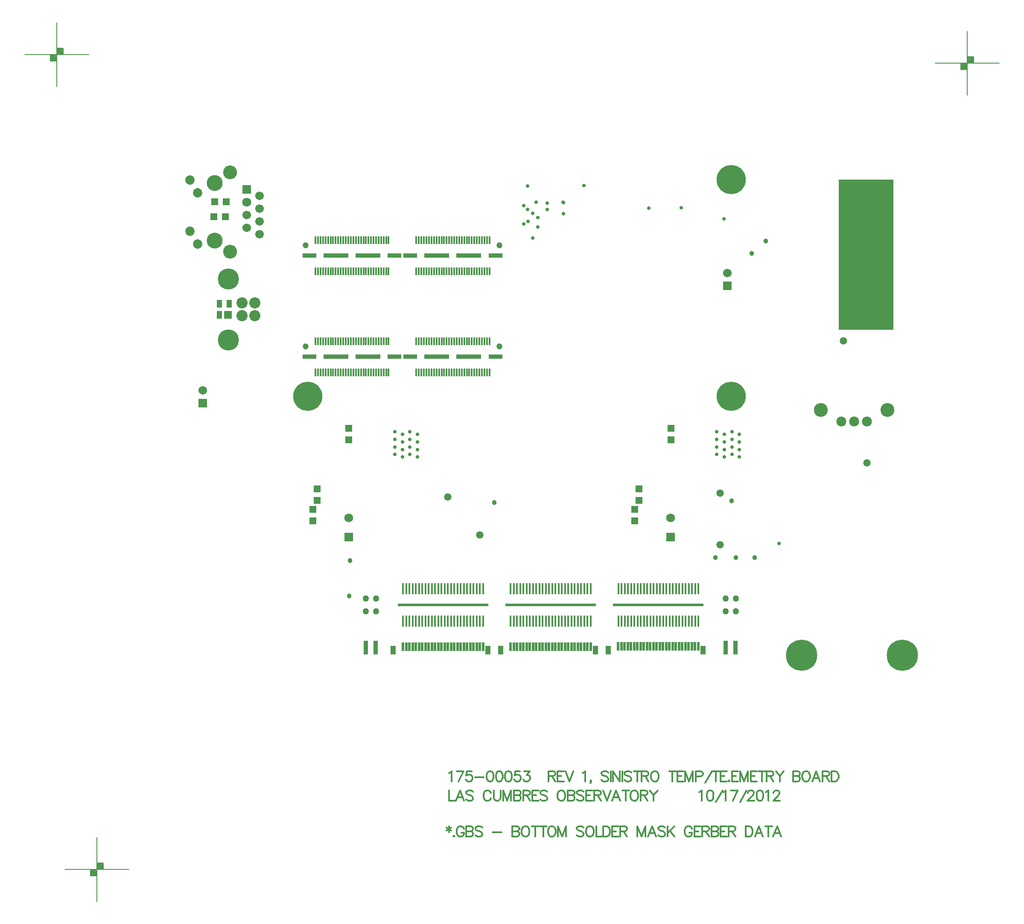
<source format=gbs>
%FSLAX23Y23*%
%MOIN*%
G70*
G01*
G75*
G04 Layer_Color=16711935*
%ADD10R,0.050X0.050*%
%ADD11R,0.045X0.017*%
%ADD12R,0.050X0.050*%
%ADD13R,0.048X0.078*%
%ADD14R,0.078X0.048*%
%ADD15R,0.100X0.100*%
%ADD16R,0.272X0.268*%
%ADD17R,0.075X0.037*%
%ADD18R,0.037X0.035*%
%ADD19R,0.037X0.035*%
%ADD20R,0.036X0.036*%
%ADD21R,0.070X0.135*%
%ADD22R,0.135X0.070*%
%ADD23O,0.098X0.028*%
%ADD24R,0.065X0.012*%
%ADD25R,0.030X0.100*%
%ADD26R,0.014X0.060*%
%ADD27R,0.031X0.060*%
%ADD28R,0.100X0.100*%
%ADD29C,0.005*%
%ADD30C,0.025*%
%ADD31C,0.008*%
%ADD32C,0.010*%
%ADD33C,0.050*%
%ADD34C,0.006*%
%ADD35C,0.012*%
%ADD36C,0.012*%
%ADD37C,0.012*%
%ADD38C,0.100*%
%ADD39C,0.065*%
%ADD40C,0.116*%
%ADD41C,0.063*%
%ADD42C,0.059*%
%ADD43R,0.059X0.059*%
%ADD44C,0.157*%
%ADD45C,0.079*%
%ADD46R,0.059X0.059*%
%ADD47C,0.059*%
%ADD48C,0.020*%
%ADD49C,0.060*%
%ADD50R,0.060X0.060*%
%ADD51C,0.070*%
%ADD52C,0.039*%
%ADD53C,0.220*%
%ADD54C,0.050*%
%ADD55C,0.236*%
%ADD56C,0.030*%
%ADD57C,0.040*%
%ADD58C,0.103*%
%ADD59C,0.080*%
%ADD60C,0.168*%
%ADD61C,0.075*%
%ADD62C,0.131*%
%ADD63C,0.076*%
%ADD64C,0.075*%
G04:AMPARAMS|DCode=65|XSize=95.433mil|YSize=95.433mil|CornerRadius=0mil|HoleSize=0mil|Usage=FLASHONLY|Rotation=0.000|XOffset=0mil|YOffset=0mil|HoleType=Round|Shape=Relief|Width=10mil|Gap=10mil|Entries=4|*
%AMTHD65*
7,0,0,0.095,0.075,0.010,45*
%
%ADD65THD65*%
G04:AMPARAMS|DCode=66|XSize=90mil|YSize=90mil|CornerRadius=0mil|HoleSize=0mil|Usage=FLASHONLY|Rotation=0.000|XOffset=0mil|YOffset=0mil|HoleType=Round|Shape=Relief|Width=10mil|Gap=10mil|Entries=4|*
%AMTHD66*
7,0,0,0.090,0.070,0.010,45*
%
%ADD66THD66*%
%ADD67C,0.080*%
%ADD68C,0.206*%
G04:AMPARAMS|DCode=69|XSize=85mil|YSize=85mil|CornerRadius=0mil|HoleSize=0mil|Usage=FLASHONLY|Rotation=0.000|XOffset=0mil|YOffset=0mil|HoleType=Round|Shape=Relief|Width=10mil|Gap=10mil|Entries=4|*
%AMTHD69*
7,0,0,0.085,0.065,0.010,45*
%
%ADD69THD69*%
%ADD70C,0.158*%
G04:AMPARAMS|DCode=71|XSize=70mil|YSize=70mil|CornerRadius=0mil|HoleSize=0mil|Usage=FLASHONLY|Rotation=0.000|XOffset=0mil|YOffset=0mil|HoleType=Round|Shape=Relief|Width=10mil|Gap=10mil|Entries=4|*
%AMTHD71*
7,0,0,0.070,0.050,0.010,45*
%
%ADD71THD71*%
%ADD72C,0.068*%
%ADD73C,0.055*%
G04:AMPARAMS|DCode=74|XSize=75mil|YSize=75mil|CornerRadius=0mil|HoleSize=0mil|Usage=FLASHONLY|Rotation=0.000|XOffset=0mil|YOffset=0mil|HoleType=Round|Shape=Relief|Width=10mil|Gap=10mil|Entries=4|*
%AMTHD74*
7,0,0,0.075,0.055,0.010,45*
%
%ADD74THD74*%
G04:AMPARAMS|DCode=75|XSize=123mil|YSize=123mil|CornerRadius=0mil|HoleSize=0mil|Usage=FLASHONLY|Rotation=0.000|XOffset=0mil|YOffset=0mil|HoleType=Round|Shape=Relief|Width=10mil|Gap=10mil|Entries=4|*
%AMTHD75*
7,0,0,0.123,0.103,0.010,45*
%
%ADD75THD75*%
G04:AMPARAMS|DCode=76|XSize=100mil|YSize=100mil|CornerRadius=0mil|HoleSize=0mil|Usage=FLASHONLY|Rotation=0.000|XOffset=0mil|YOffset=0mil|HoleType=Round|Shape=Relief|Width=10mil|Gap=10mil|Entries=4|*
%AMTHD76*
7,0,0,0.100,0.080,0.010,45*
%
%ADD76THD76*%
G04:AMPARAMS|DCode=77|XSize=150.551mil|YSize=150.551mil|CornerRadius=0mil|HoleSize=0mil|Usage=FLASHONLY|Rotation=0.000|XOffset=0mil|YOffset=0mil|HoleType=Round|Shape=Relief|Width=10mil|Gap=10mil|Entries=4|*
%AMTHD77*
7,0,0,0.151,0.131,0.010,45*
%
%ADD77THD77*%
G04:AMPARAMS|DCode=78|XSize=96.221mil|YSize=96.221mil|CornerRadius=0mil|HoleSize=0mil|Usage=FLASHONLY|Rotation=0.000|XOffset=0mil|YOffset=0mil|HoleType=Round|Shape=Relief|Width=10mil|Gap=10mil|Entries=4|*
%AMTHD78*
7,0,0,0.096,0.076,0.010,45*
%
%ADD78THD78*%
G04:AMPARAMS|DCode=79|XSize=88mil|YSize=88mil|CornerRadius=0mil|HoleSize=0mil|Usage=FLASHONLY|Rotation=0.000|XOffset=0mil|YOffset=0mil|HoleType=Round|Shape=Relief|Width=10mil|Gap=10mil|Entries=4|*
%AMTHD79*
7,0,0,0.088,0.068,0.010,45*
%
%ADD79THD79*%
%ADD80R,0.100X0.025*%
%ADD81R,0.012X0.057*%
%ADD82R,0.185X0.025*%
%ADD83R,0.035X0.053*%
%ADD84R,0.053X0.053*%
%ADD85R,0.709X0.020*%
%ADD86R,0.016X0.085*%
%ADD87C,0.010*%
%ADD88C,0.010*%
%ADD89C,0.008*%
%ADD90C,0.007*%
%ADD91R,0.170X0.118*%
%ADD92R,0.058X0.058*%
%ADD93R,0.053X0.025*%
%ADD94R,0.058X0.058*%
%ADD95R,0.056X0.086*%
%ADD96R,0.086X0.056*%
%ADD97R,0.108X0.108*%
%ADD98R,0.280X0.276*%
%ADD99R,0.083X0.045*%
%ADD100R,0.045X0.043*%
%ADD101R,0.045X0.043*%
%ADD102R,0.044X0.044*%
%ADD103R,0.078X0.143*%
%ADD104R,0.143X0.078*%
%ADD105O,0.106X0.036*%
%ADD106R,0.073X0.020*%
%ADD107R,0.038X0.108*%
%ADD108R,0.022X0.068*%
%ADD109R,0.039X0.068*%
%ADD110R,0.108X0.108*%
%ADD111C,0.108*%
%ADD112C,0.073*%
%ADD113C,0.124*%
%ADD114C,0.071*%
%ADD115C,0.067*%
%ADD116R,0.067X0.067*%
%ADD117C,0.165*%
%ADD118C,0.087*%
%ADD119R,0.067X0.067*%
%ADD120C,0.067*%
%ADD121C,0.028*%
%ADD122R,0.068X0.068*%
%ADD123C,0.078*%
%ADD124C,0.047*%
%ADD125C,0.228*%
%ADD126C,0.244*%
%ADD127C,0.058*%
%ADD128C,0.038*%
%ADD129R,0.429X1.174*%
%ADD130R,0.108X0.033*%
%ADD131R,0.016X0.061*%
%ADD132R,0.193X0.033*%
%ADD133R,0.043X0.061*%
%ADD134R,0.061X0.061*%
D31*
X58873Y37990D02*
Y38490D01*
X58623Y38240D02*
X59123D01*
X58823Y38190D02*
X58873D01*
X58823D02*
Y38240D01*
X58873Y38290D02*
X58923D01*
Y38240D02*
Y38290D01*
X58878Y38245D02*
Y38285D01*
X58918D01*
Y38245D02*
Y38285D01*
X58878Y38245D02*
X58918D01*
X58883Y38250D02*
Y38280D01*
X58913D01*
Y38250D02*
Y38280D01*
X58888Y38250D02*
X58913D01*
X58888Y38255D02*
Y38275D01*
X58908D01*
Y38255D02*
Y38275D01*
X58893Y38255D02*
X58908D01*
X58893Y38260D02*
Y38270D01*
X58903D01*
Y38260D02*
Y38270D01*
X58893Y38260D02*
X58903D01*
X58898D02*
Y38270D01*
X58828Y38195D02*
Y38235D01*
X58868D01*
Y38195D02*
Y38235D01*
X58828Y38195D02*
X58868D01*
X58833Y38200D02*
Y38230D01*
X58863D01*
Y38200D02*
Y38230D01*
X58838Y38200D02*
X58863D01*
X58838Y38205D02*
Y38225D01*
X58858D01*
Y38205D02*
Y38225D01*
X58843Y38205D02*
X58858D01*
X58843Y38210D02*
Y38220D01*
X58853D01*
Y38210D02*
Y38220D01*
X58843Y38210D02*
X58853D01*
X58848D02*
Y38220D01*
X51765Y38056D02*
Y38556D01*
X51515Y38306D02*
X52015D01*
X51715Y38256D02*
X51765D01*
X51715D02*
Y38306D01*
X51765Y38356D02*
X51815D01*
Y38306D02*
Y38356D01*
X51770Y38311D02*
Y38351D01*
X51810D01*
Y38311D02*
Y38351D01*
X51770Y38311D02*
X51810D01*
X51775Y38316D02*
Y38346D01*
X51805D01*
Y38316D02*
Y38346D01*
X51780Y38316D02*
X51805D01*
X51780Y38321D02*
Y38341D01*
X51800D01*
Y38321D02*
Y38341D01*
X51785Y38321D02*
X51800D01*
X51785Y38326D02*
Y38336D01*
X51795D01*
Y38326D02*
Y38336D01*
X51785Y38326D02*
X51795D01*
X51790D02*
Y38336D01*
X51720Y38261D02*
Y38301D01*
X51760D01*
Y38261D02*
Y38301D01*
X51720Y38261D02*
X51760D01*
X51725Y38266D02*
Y38296D01*
X51755D01*
Y38266D02*
Y38296D01*
X51730Y38266D02*
X51755D01*
X51730Y38271D02*
Y38291D01*
X51750D01*
Y38271D02*
Y38291D01*
X51735Y38271D02*
X51750D01*
X51735Y38276D02*
Y38286D01*
X51745D01*
Y38276D02*
Y38286D01*
X51735Y38276D02*
X51745D01*
X51740D02*
Y38286D01*
X52077Y31688D02*
Y32188D01*
X51827Y31938D02*
X52327D01*
X52027Y31888D02*
X52077D01*
X52027D02*
Y31938D01*
X52077Y31988D02*
X52127D01*
Y31938D02*
Y31988D01*
X52082Y31943D02*
Y31983D01*
X52122D01*
Y31943D02*
Y31983D01*
X52082Y31943D02*
X52122D01*
X52087Y31948D02*
Y31978D01*
X52117D01*
Y31948D02*
Y31978D01*
X52092Y31948D02*
X52117D01*
X52092Y31953D02*
Y31973D01*
X52112D01*
Y31953D02*
Y31973D01*
X52097Y31953D02*
X52112D01*
X52097Y31958D02*
Y31968D01*
X52107D01*
Y31958D02*
Y31968D01*
X52097Y31958D02*
X52107D01*
X52102D02*
Y31968D01*
X52032Y31893D02*
Y31933D01*
X52072D01*
Y31893D02*
Y31933D01*
X52032Y31893D02*
X52072D01*
X52037Y31898D02*
Y31928D01*
X52067D01*
Y31898D02*
Y31928D01*
X52042Y31898D02*
X52067D01*
X52042Y31903D02*
Y31923D01*
X52062D01*
Y31903D02*
Y31923D01*
X52047Y31903D02*
X52062D01*
X52047Y31908D02*
Y31918D01*
X52057D01*
Y31908D02*
Y31918D01*
X52047Y31908D02*
X52057D01*
X52052D02*
Y31918D01*
D35*
X54826Y32275D02*
Y32230D01*
X54807Y32264D02*
X54845Y32241D01*
Y32264D02*
X54807Y32241D01*
X54865Y32203D02*
X54861Y32199D01*
X54865Y32196D01*
X54869Y32199D01*
X54865Y32203D01*
X54944Y32256D02*
X54940Y32264D01*
X54932Y32272D01*
X54925Y32275D01*
X54909D01*
X54902Y32272D01*
X54894Y32264D01*
X54890Y32256D01*
X54887Y32245D01*
Y32226D01*
X54890Y32215D01*
X54894Y32207D01*
X54902Y32199D01*
X54909Y32196D01*
X54925D01*
X54932Y32199D01*
X54940Y32207D01*
X54944Y32215D01*
Y32226D01*
X54925D02*
X54944D01*
X54962Y32275D02*
Y32196D01*
Y32275D02*
X54996D01*
X55008Y32272D01*
X55012Y32268D01*
X55015Y32260D01*
Y32253D01*
X55012Y32245D01*
X55008Y32241D01*
X54996Y32237D01*
X54962D02*
X54996D01*
X55008Y32234D01*
X55012Y32230D01*
X55015Y32222D01*
Y32211D01*
X55012Y32203D01*
X55008Y32199D01*
X54996Y32196D01*
X54962D01*
X55087Y32264D02*
X55079Y32272D01*
X55068Y32275D01*
X55052D01*
X55041Y32272D01*
X55033Y32264D01*
Y32256D01*
X55037Y32249D01*
X55041Y32245D01*
X55048Y32241D01*
X55071Y32234D01*
X55079Y32230D01*
X55083Y32226D01*
X55087Y32218D01*
Y32207D01*
X55079Y32199D01*
X55068Y32196D01*
X55052D01*
X55041Y32199D01*
X55033Y32207D01*
X55167Y32230D02*
X55236D01*
X55322Y32275D02*
Y32196D01*
Y32275D02*
X55357D01*
X55368Y32272D01*
X55372Y32268D01*
X55376Y32260D01*
Y32253D01*
X55372Y32245D01*
X55368Y32241D01*
X55357Y32237D01*
X55322D02*
X55357D01*
X55368Y32234D01*
X55372Y32230D01*
X55376Y32222D01*
Y32211D01*
X55372Y32203D01*
X55368Y32199D01*
X55357Y32196D01*
X55322D01*
X55416Y32275D02*
X55409Y32272D01*
X55401Y32264D01*
X55397Y32256D01*
X55394Y32245D01*
Y32226D01*
X55397Y32215D01*
X55401Y32207D01*
X55409Y32199D01*
X55416Y32196D01*
X55432D01*
X55439Y32199D01*
X55447Y32207D01*
X55451Y32215D01*
X55454Y32226D01*
Y32245D01*
X55451Y32256D01*
X55447Y32264D01*
X55439Y32272D01*
X55432Y32275D01*
X55416D01*
X55500D02*
Y32196D01*
X55473Y32275D02*
X55526D01*
X55563D02*
Y32196D01*
X55536Y32275D02*
X55589D01*
X55622D02*
X55614Y32272D01*
X55606Y32264D01*
X55603Y32256D01*
X55599Y32245D01*
Y32226D01*
X55603Y32215D01*
X55606Y32207D01*
X55614Y32199D01*
X55622Y32196D01*
X55637D01*
X55645Y32199D01*
X55652Y32207D01*
X55656Y32215D01*
X55660Y32226D01*
Y32245D01*
X55656Y32256D01*
X55652Y32264D01*
X55645Y32272D01*
X55637Y32275D01*
X55622D01*
X55678D02*
Y32196D01*
Y32275D02*
X55709Y32196D01*
X55739Y32275D02*
X55709Y32196D01*
X55739Y32275D02*
Y32196D01*
X55878Y32264D02*
X55871Y32272D01*
X55859Y32275D01*
X55844D01*
X55833Y32272D01*
X55825Y32264D01*
Y32256D01*
X55829Y32249D01*
X55833Y32245D01*
X55840Y32241D01*
X55863Y32234D01*
X55871Y32230D01*
X55875Y32226D01*
X55878Y32218D01*
Y32207D01*
X55871Y32199D01*
X55859Y32196D01*
X55844D01*
X55833Y32199D01*
X55825Y32207D01*
X55919Y32275D02*
X55912Y32272D01*
X55904Y32264D01*
X55900Y32256D01*
X55896Y32245D01*
Y32226D01*
X55900Y32215D01*
X55904Y32207D01*
X55912Y32199D01*
X55919Y32196D01*
X55934D01*
X55942Y32199D01*
X55950Y32207D01*
X55953Y32215D01*
X55957Y32226D01*
Y32245D01*
X55953Y32256D01*
X55950Y32264D01*
X55942Y32272D01*
X55934Y32275D01*
X55919D01*
X55976D02*
Y32196D01*
X56022D01*
X56030Y32275D02*
Y32196D01*
Y32275D02*
X56057D01*
X56068Y32272D01*
X56076Y32264D01*
X56080Y32256D01*
X56084Y32245D01*
Y32226D01*
X56080Y32215D01*
X56076Y32207D01*
X56068Y32199D01*
X56057Y32196D01*
X56030D01*
X56151Y32275D02*
X56102D01*
Y32196D01*
X56151D01*
X56102Y32237D02*
X56132D01*
X56164Y32275D02*
Y32196D01*
Y32275D02*
X56199D01*
X56210Y32272D01*
X56214Y32268D01*
X56218Y32260D01*
Y32253D01*
X56214Y32245D01*
X56210Y32241D01*
X56199Y32237D01*
X56164D01*
X56191D02*
X56218Y32196D01*
X56298Y32275D02*
Y32196D01*
Y32275D02*
X56329Y32196D01*
X56359Y32275D02*
X56329Y32196D01*
X56359Y32275D02*
Y32196D01*
X56443D02*
X56413Y32275D01*
X56382Y32196D01*
X56394Y32222D02*
X56432D01*
X56515Y32264D02*
X56508Y32272D01*
X56496Y32275D01*
X56481D01*
X56470Y32272D01*
X56462Y32264D01*
Y32256D01*
X56466Y32249D01*
X56470Y32245D01*
X56477Y32241D01*
X56500Y32234D01*
X56508Y32230D01*
X56511Y32226D01*
X56515Y32218D01*
Y32207D01*
X56508Y32199D01*
X56496Y32196D01*
X56481D01*
X56470Y32199D01*
X56462Y32207D01*
X56533Y32275D02*
Y32196D01*
X56586Y32275D02*
X56533Y32222D01*
X56552Y32241D02*
X56586Y32196D01*
X56724Y32256D02*
X56720Y32264D01*
X56713Y32272D01*
X56705Y32275D01*
X56690D01*
X56682Y32272D01*
X56675Y32264D01*
X56671Y32256D01*
X56667Y32245D01*
Y32226D01*
X56671Y32215D01*
X56675Y32207D01*
X56682Y32199D01*
X56690Y32196D01*
X56705D01*
X56713Y32199D01*
X56720Y32207D01*
X56724Y32215D01*
Y32226D01*
X56705D02*
X56724D01*
X56792Y32275D02*
X56743D01*
Y32196D01*
X56792D01*
X56743Y32237D02*
X56773D01*
X56805Y32275D02*
Y32196D01*
Y32275D02*
X56840D01*
X56851Y32272D01*
X56855Y32268D01*
X56859Y32260D01*
Y32253D01*
X56855Y32245D01*
X56851Y32241D01*
X56840Y32237D01*
X56805D01*
X56832D02*
X56859Y32196D01*
X56877Y32275D02*
Y32196D01*
Y32275D02*
X56911D01*
X56922Y32272D01*
X56926Y32268D01*
X56930Y32260D01*
Y32253D01*
X56926Y32245D01*
X56922Y32241D01*
X56911Y32237D01*
X56877D02*
X56911D01*
X56922Y32234D01*
X56926Y32230D01*
X56930Y32222D01*
Y32211D01*
X56926Y32203D01*
X56922Y32199D01*
X56911Y32196D01*
X56877D01*
X56997Y32275D02*
X56948D01*
Y32196D01*
X56997D01*
X56948Y32237D02*
X56978D01*
X57011Y32275D02*
Y32196D01*
Y32275D02*
X57045D01*
X57056Y32272D01*
X57060Y32268D01*
X57064Y32260D01*
Y32253D01*
X57060Y32245D01*
X57056Y32241D01*
X57045Y32237D01*
X57011D01*
X57037D02*
X57064Y32196D01*
X57145Y32275D02*
Y32196D01*
Y32275D02*
X57171D01*
X57183Y32272D01*
X57190Y32264D01*
X57194Y32256D01*
X57198Y32245D01*
Y32226D01*
X57194Y32215D01*
X57190Y32207D01*
X57183Y32199D01*
X57171Y32196D01*
X57145D01*
X57277D02*
X57246Y32275D01*
X57216Y32196D01*
X57227Y32222D02*
X57266D01*
X57322Y32275D02*
Y32196D01*
X57296Y32275D02*
X57349D01*
X57419Y32196D02*
X57389Y32275D01*
X57358Y32196D01*
X57370Y32222D02*
X57408D01*
D36*
X54828Y32556D02*
Y32476D01*
X54874D01*
X54943D02*
X54913Y32556D01*
X54882Y32476D01*
X54894Y32503D02*
X54932D01*
X55015Y32545D02*
X55008Y32552D01*
X54996Y32556D01*
X54981D01*
X54970Y32552D01*
X54962Y32545D01*
Y32537D01*
X54966Y32529D01*
X54970Y32526D01*
X54977Y32522D01*
X55000Y32514D01*
X55008Y32510D01*
X55012Y32507D01*
X55015Y32499D01*
Y32487D01*
X55008Y32480D01*
X54996Y32476D01*
X54981D01*
X54970Y32480D01*
X54962Y32487D01*
X55153Y32537D02*
X55149Y32545D01*
X55142Y32552D01*
X55134Y32556D01*
X55119D01*
X55111Y32552D01*
X55104Y32545D01*
X55100Y32537D01*
X55096Y32526D01*
Y32507D01*
X55100Y32495D01*
X55104Y32487D01*
X55111Y32480D01*
X55119Y32476D01*
X55134D01*
X55142Y32480D01*
X55149Y32487D01*
X55153Y32495D01*
X55176Y32556D02*
Y32499D01*
X55180Y32487D01*
X55187Y32480D01*
X55199Y32476D01*
X55206D01*
X55218Y32480D01*
X55225Y32487D01*
X55229Y32499D01*
Y32556D01*
X55251D02*
Y32476D01*
Y32556D02*
X55282Y32476D01*
X55312Y32556D02*
X55282Y32476D01*
X55312Y32556D02*
Y32476D01*
X55335Y32556D02*
Y32476D01*
Y32556D02*
X55369D01*
X55381Y32552D01*
X55384Y32548D01*
X55388Y32541D01*
Y32533D01*
X55384Y32526D01*
X55381Y32522D01*
X55369Y32518D01*
X55335D02*
X55369D01*
X55381Y32514D01*
X55384Y32510D01*
X55388Y32503D01*
Y32491D01*
X55384Y32484D01*
X55381Y32480D01*
X55369Y32476D01*
X55335D01*
X55406Y32556D02*
Y32476D01*
Y32556D02*
X55440D01*
X55452Y32552D01*
X55456Y32548D01*
X55460Y32541D01*
Y32533D01*
X55456Y32526D01*
X55452Y32522D01*
X55440Y32518D01*
X55406D01*
X55433D02*
X55460Y32476D01*
X55527Y32556D02*
X55477D01*
Y32476D01*
X55527D01*
X55477Y32518D02*
X55508D01*
X55594Y32545D02*
X55586Y32552D01*
X55575Y32556D01*
X55559D01*
X55548Y32552D01*
X55540Y32545D01*
Y32537D01*
X55544Y32529D01*
X55548Y32526D01*
X55555Y32522D01*
X55578Y32514D01*
X55586Y32510D01*
X55590Y32507D01*
X55594Y32499D01*
Y32487D01*
X55586Y32480D01*
X55575Y32476D01*
X55559D01*
X55548Y32480D01*
X55540Y32487D01*
X55697Y32556D02*
X55690Y32552D01*
X55682Y32545D01*
X55678Y32537D01*
X55674Y32526D01*
Y32507D01*
X55678Y32495D01*
X55682Y32487D01*
X55690Y32480D01*
X55697Y32476D01*
X55712D01*
X55720Y32480D01*
X55728Y32487D01*
X55731Y32495D01*
X55735Y32507D01*
Y32526D01*
X55731Y32537D01*
X55728Y32545D01*
X55720Y32552D01*
X55712Y32556D01*
X55697D01*
X55754D02*
Y32476D01*
Y32556D02*
X55788D01*
X55800Y32552D01*
X55803Y32548D01*
X55807Y32541D01*
Y32533D01*
X55803Y32526D01*
X55800Y32522D01*
X55788Y32518D01*
X55754D02*
X55788D01*
X55800Y32514D01*
X55803Y32510D01*
X55807Y32503D01*
Y32491D01*
X55803Y32484D01*
X55800Y32480D01*
X55788Y32476D01*
X55754D01*
X55878Y32545D02*
X55871Y32552D01*
X55859Y32556D01*
X55844D01*
X55833Y32552D01*
X55825Y32545D01*
Y32537D01*
X55829Y32529D01*
X55833Y32526D01*
X55840Y32522D01*
X55863Y32514D01*
X55871Y32510D01*
X55875Y32507D01*
X55878Y32499D01*
Y32487D01*
X55871Y32480D01*
X55859Y32476D01*
X55844D01*
X55833Y32480D01*
X55825Y32487D01*
X55946Y32556D02*
X55896D01*
Y32476D01*
X55946D01*
X55896Y32518D02*
X55927D01*
X55959Y32556D02*
Y32476D01*
Y32556D02*
X55993D01*
X56005Y32552D01*
X56009Y32548D01*
X56013Y32541D01*
Y32533D01*
X56009Y32526D01*
X56005Y32522D01*
X55993Y32518D01*
X55959D01*
X55986D02*
X56013Y32476D01*
X56030Y32556D02*
X56061Y32476D01*
X56091Y32556D02*
X56061Y32476D01*
X56163D02*
X56132Y32556D01*
X56102Y32476D01*
X56113Y32503D02*
X56151D01*
X56208Y32556D02*
Y32476D01*
X56181Y32556D02*
X56235D01*
X56267D02*
X56259Y32552D01*
X56252Y32545D01*
X56248Y32537D01*
X56244Y32526D01*
Y32507D01*
X56248Y32495D01*
X56252Y32487D01*
X56259Y32480D01*
X56267Y32476D01*
X56282D01*
X56290Y32480D01*
X56297Y32487D01*
X56301Y32495D01*
X56305Y32507D01*
Y32526D01*
X56301Y32537D01*
X56297Y32545D01*
X56290Y32552D01*
X56282Y32556D01*
X56267D01*
X56324D02*
Y32476D01*
Y32556D02*
X56358D01*
X56369Y32552D01*
X56373Y32548D01*
X56377Y32541D01*
Y32533D01*
X56373Y32526D01*
X56369Y32522D01*
X56358Y32518D01*
X56324D01*
X56350D02*
X56377Y32476D01*
X56395Y32556D02*
X56425Y32518D01*
Y32476D01*
X56456Y32556D02*
X56425Y32518D01*
X56780Y32541D02*
X56788Y32545D01*
X56799Y32556D01*
Y32476D01*
X56862Y32556D02*
X56850Y32552D01*
X56843Y32541D01*
X56839Y32522D01*
Y32510D01*
X56843Y32491D01*
X56850Y32480D01*
X56862Y32476D01*
X56869D01*
X56881Y32480D01*
X56889Y32491D01*
X56892Y32510D01*
Y32522D01*
X56889Y32541D01*
X56881Y32552D01*
X56869Y32556D01*
X56862D01*
X56910Y32465D02*
X56964Y32556D01*
X56969Y32541D02*
X56977Y32545D01*
X56988Y32556D01*
Y32476D01*
X57081Y32556D02*
X57043Y32476D01*
X57028Y32556D02*
X57081D01*
X57099Y32465D02*
X57152Y32556D01*
X57161Y32537D02*
Y32541D01*
X57165Y32548D01*
X57169Y32552D01*
X57176Y32556D01*
X57192D01*
X57199Y32552D01*
X57203Y32548D01*
X57207Y32541D01*
Y32533D01*
X57203Y32526D01*
X57196Y32514D01*
X57157Y32476D01*
X57211D01*
X57252Y32556D02*
X57240Y32552D01*
X57232Y32541D01*
X57229Y32522D01*
Y32510D01*
X57232Y32491D01*
X57240Y32480D01*
X57252Y32476D01*
X57259D01*
X57271Y32480D01*
X57278Y32491D01*
X57282Y32510D01*
Y32522D01*
X57278Y32541D01*
X57271Y32552D01*
X57259Y32556D01*
X57252D01*
X57300Y32541D02*
X57307Y32545D01*
X57319Y32556D01*
Y32476D01*
X57362Y32537D02*
Y32541D01*
X57366Y32548D01*
X57370Y32552D01*
X57378Y32556D01*
X57393D01*
X57400Y32552D01*
X57404Y32548D01*
X57408Y32541D01*
Y32533D01*
X57404Y32526D01*
X57397Y32514D01*
X57359Y32476D01*
X57412D01*
D37*
X54828Y32691D02*
X54836Y32695D01*
X54847Y32706D01*
Y32626D01*
X54940Y32706D02*
X54902Y32626D01*
X54887Y32706D02*
X54940D01*
X55004D02*
X54966D01*
X54962Y32672D01*
X54966Y32676D01*
X54977Y32679D01*
X54988D01*
X55000Y32676D01*
X55007Y32668D01*
X55011Y32657D01*
Y32649D01*
X55007Y32638D01*
X55000Y32630D01*
X54988Y32626D01*
X54977D01*
X54966Y32630D01*
X54962Y32634D01*
X54958Y32641D01*
X55029Y32660D02*
X55098D01*
X55144Y32706D02*
X55133Y32702D01*
X55125Y32691D01*
X55121Y32672D01*
Y32660D01*
X55125Y32641D01*
X55133Y32630D01*
X55144Y32626D01*
X55152D01*
X55163Y32630D01*
X55171Y32641D01*
X55175Y32660D01*
Y32672D01*
X55171Y32691D01*
X55163Y32702D01*
X55152Y32706D01*
X55144D01*
X55215D02*
X55204Y32702D01*
X55196Y32691D01*
X55193Y32672D01*
Y32660D01*
X55196Y32641D01*
X55204Y32630D01*
X55215Y32626D01*
X55223D01*
X55234Y32630D01*
X55242Y32641D01*
X55246Y32660D01*
Y32672D01*
X55242Y32691D01*
X55234Y32702D01*
X55223Y32706D01*
X55215D01*
X55287D02*
X55275Y32702D01*
X55268Y32691D01*
X55264Y32672D01*
Y32660D01*
X55268Y32641D01*
X55275Y32630D01*
X55287Y32626D01*
X55294D01*
X55306Y32630D01*
X55313Y32641D01*
X55317Y32660D01*
Y32672D01*
X55313Y32691D01*
X55306Y32702D01*
X55294Y32706D01*
X55287D01*
X55381D02*
X55343D01*
X55339Y32672D01*
X55343Y32676D01*
X55354Y32679D01*
X55365D01*
X55377Y32676D01*
X55384Y32668D01*
X55388Y32657D01*
Y32649D01*
X55384Y32638D01*
X55377Y32630D01*
X55365Y32626D01*
X55354D01*
X55343Y32630D01*
X55339Y32634D01*
X55335Y32641D01*
X55414Y32706D02*
X55456D01*
X55433Y32676D01*
X55444D01*
X55452Y32672D01*
X55456Y32668D01*
X55460Y32657D01*
Y32649D01*
X55456Y32638D01*
X55448Y32630D01*
X55437Y32626D01*
X55425D01*
X55414Y32630D01*
X55410Y32634D01*
X55406Y32641D01*
X55603Y32706D02*
Y32626D01*
Y32706D02*
X55637D01*
X55649Y32702D01*
X55653Y32698D01*
X55656Y32691D01*
Y32683D01*
X55653Y32676D01*
X55649Y32672D01*
X55637Y32668D01*
X55603D01*
X55630D02*
X55656Y32626D01*
X55724Y32706D02*
X55674D01*
Y32626D01*
X55724D01*
X55674Y32668D02*
X55705D01*
X55737Y32706D02*
X55768Y32626D01*
X55798Y32706D02*
X55768Y32626D01*
X55871Y32691D02*
X55879Y32695D01*
X55890Y32706D01*
Y32626D01*
X55938Y32630D02*
X55934Y32626D01*
X55930Y32630D01*
X55934Y32634D01*
X55938Y32630D01*
Y32622D01*
X55934Y32615D01*
X55930Y32611D01*
X56071Y32695D02*
X56064Y32702D01*
X56052Y32706D01*
X56037D01*
X56025Y32702D01*
X56018Y32695D01*
Y32687D01*
X56022Y32679D01*
X56025Y32676D01*
X56033Y32672D01*
X56056Y32664D01*
X56064Y32660D01*
X56067Y32657D01*
X56071Y32649D01*
Y32638D01*
X56064Y32630D01*
X56052Y32626D01*
X56037D01*
X56025Y32630D01*
X56018Y32638D01*
X56089Y32706D02*
Y32626D01*
X56106Y32706D02*
Y32626D01*
Y32706D02*
X56159Y32626D01*
Y32706D02*
Y32626D01*
X56181Y32706D02*
Y32626D01*
X56251Y32695D02*
X56244Y32702D01*
X56232Y32706D01*
X56217D01*
X56206Y32702D01*
X56198Y32695D01*
Y32687D01*
X56202Y32679D01*
X56206Y32676D01*
X56213Y32672D01*
X56236Y32664D01*
X56244Y32660D01*
X56248Y32657D01*
X56251Y32649D01*
Y32638D01*
X56244Y32630D01*
X56232Y32626D01*
X56217D01*
X56206Y32630D01*
X56198Y32638D01*
X56296Y32706D02*
Y32626D01*
X56269Y32706D02*
X56323D01*
X56332D02*
Y32626D01*
Y32706D02*
X56366D01*
X56378Y32702D01*
X56382Y32698D01*
X56385Y32691D01*
Y32683D01*
X56382Y32676D01*
X56378Y32672D01*
X56366Y32668D01*
X56332D01*
X56359D02*
X56385Y32626D01*
X56426Y32706D02*
X56419Y32702D01*
X56411Y32695D01*
X56407Y32687D01*
X56403Y32676D01*
Y32657D01*
X56407Y32645D01*
X56411Y32638D01*
X56419Y32630D01*
X56426Y32626D01*
X56441D01*
X56449Y32630D01*
X56457Y32638D01*
X56460Y32645D01*
X56464Y32657D01*
Y32676D01*
X56460Y32687D01*
X56457Y32695D01*
X56449Y32702D01*
X56441Y32706D01*
X56426D01*
X56572D02*
Y32626D01*
X56546Y32706D02*
X56599D01*
X56658D02*
X56609D01*
Y32626D01*
X56658D01*
X56609Y32668D02*
X56639D01*
X56671Y32706D02*
Y32626D01*
Y32706D02*
X56702Y32626D01*
X56732Y32706D02*
X56702Y32626D01*
X56732Y32706D02*
Y32626D01*
X56755Y32664D02*
X56790D01*
X56801Y32668D01*
X56805Y32672D01*
X56809Y32679D01*
Y32691D01*
X56805Y32698D01*
X56801Y32702D01*
X56790Y32706D01*
X56755D01*
Y32626D01*
X56826Y32615D02*
X56880Y32706D01*
X56912D02*
Y32626D01*
X56885Y32706D02*
X56938D01*
X56997D02*
X56948D01*
Y32626D01*
X56997D01*
X56948Y32668D02*
X56978D01*
X57015Y32634D02*
X57011Y32630D01*
X57015Y32626D01*
X57018Y32630D01*
X57015Y32634D01*
X57085Y32706D02*
X57036D01*
Y32626D01*
X57085D01*
X57036Y32668D02*
X57066D01*
X57099Y32706D02*
Y32626D01*
Y32706D02*
X57129Y32626D01*
X57160Y32706D02*
X57129Y32626D01*
X57160Y32706D02*
Y32626D01*
X57232Y32706D02*
X57183D01*
Y32626D01*
X57232D01*
X57183Y32668D02*
X57213D01*
X57272Y32706D02*
Y32626D01*
X57245Y32706D02*
X57299D01*
X57308D02*
Y32626D01*
Y32706D02*
X57343D01*
X57354Y32702D01*
X57358Y32698D01*
X57362Y32691D01*
Y32683D01*
X57358Y32676D01*
X57354Y32672D01*
X57343Y32668D01*
X57308D01*
X57335D02*
X57362Y32626D01*
X57379Y32706D02*
X57410Y32668D01*
Y32626D01*
X57440Y32706D02*
X57410Y32668D01*
X57514Y32706D02*
Y32626D01*
Y32706D02*
X57548D01*
X57559Y32702D01*
X57563Y32698D01*
X57567Y32691D01*
Y32683D01*
X57563Y32676D01*
X57559Y32672D01*
X57548Y32668D01*
X57514D02*
X57548D01*
X57559Y32664D01*
X57563Y32660D01*
X57567Y32653D01*
Y32641D01*
X57563Y32634D01*
X57559Y32630D01*
X57548Y32626D01*
X57514D01*
X57608Y32706D02*
X57600Y32702D01*
X57592Y32695D01*
X57589Y32687D01*
X57585Y32676D01*
Y32657D01*
X57589Y32645D01*
X57592Y32638D01*
X57600Y32630D01*
X57608Y32626D01*
X57623D01*
X57630Y32630D01*
X57638Y32638D01*
X57642Y32645D01*
X57646Y32657D01*
Y32676D01*
X57642Y32687D01*
X57638Y32695D01*
X57630Y32702D01*
X57623Y32706D01*
X57608D01*
X57725Y32626D02*
X57695Y32706D01*
X57664Y32626D01*
X57676Y32653D02*
X57714D01*
X57744Y32706D02*
Y32626D01*
Y32706D02*
X57778D01*
X57790Y32702D01*
X57793Y32698D01*
X57797Y32691D01*
Y32683D01*
X57793Y32676D01*
X57790Y32672D01*
X57778Y32668D01*
X57744D01*
X57771D02*
X57797Y32626D01*
X57815Y32706D02*
Y32626D01*
Y32706D02*
X57842D01*
X57853Y32702D01*
X57861Y32695D01*
X57865Y32687D01*
X57869Y32676D01*
Y32657D01*
X57865Y32645D01*
X57861Y32638D01*
X57853Y32630D01*
X57842Y32626D01*
X57815D01*
D54*
X57066Y34055D02*
D03*
X56986D02*
D03*
X56986Y33955D02*
D03*
X57066D02*
D03*
X54176D02*
D03*
Y34055D02*
D03*
X54256D02*
D03*
Y33955D02*
D03*
D72*
X54043Y34685D02*
D03*
X56557D02*
D03*
D85*
X56461Y34005D02*
D03*
X55621D02*
D03*
X54781D02*
D03*
D86*
X54668Y33878D02*
D03*
X54493D02*
D03*
X54668Y34133D02*
D03*
X54493D02*
D03*
X54893Y33878D02*
D03*
X54818D02*
D03*
X54743D02*
D03*
X54893Y34133D02*
D03*
X54818D02*
D03*
X54743D02*
D03*
X55308Y33878D02*
D03*
X55068D02*
D03*
X55308Y34133D02*
D03*
X55068D02*
D03*
X55533Y33878D02*
D03*
X55458D02*
D03*
X55383D02*
D03*
X55533Y34133D02*
D03*
X55458D02*
D03*
X55383D02*
D03*
X55933Y33878D02*
D03*
X55858D02*
D03*
X55783D02*
D03*
X55708D02*
D03*
X55933Y34133D02*
D03*
X55858D02*
D03*
X55783D02*
D03*
X55708D02*
D03*
X56174Y33878D02*
D03*
Y34133D02*
D03*
X56574Y33878D02*
D03*
X56499D02*
D03*
X56424D02*
D03*
X56349D02*
D03*
X56574Y34133D02*
D03*
X56499D02*
D03*
X56424D02*
D03*
X56349D02*
D03*
X56749Y33878D02*
D03*
Y34133D02*
D03*
X54468Y33878D02*
D03*
Y34133D02*
D03*
X54568Y33878D02*
D03*
X54543D02*
D03*
X54518D02*
D03*
X54568Y34133D02*
D03*
X54543D02*
D03*
X54518D02*
D03*
X54643Y33878D02*
D03*
X54618D02*
D03*
X54593D02*
D03*
X54643Y34133D02*
D03*
X54618D02*
D03*
X54593D02*
D03*
X54718Y33878D02*
D03*
X54693D02*
D03*
X54718Y34133D02*
D03*
X54693D02*
D03*
X54793Y33878D02*
D03*
X54768D02*
D03*
X54793Y34133D02*
D03*
X54768D02*
D03*
X54868Y33878D02*
D03*
X54843D02*
D03*
X54868Y34133D02*
D03*
X54843D02*
D03*
X54968Y33878D02*
D03*
X54943D02*
D03*
X54918D02*
D03*
X54968Y34133D02*
D03*
X54943D02*
D03*
X54918D02*
D03*
X55043Y33878D02*
D03*
X55018D02*
D03*
X54993D02*
D03*
X55043Y34133D02*
D03*
X55018D02*
D03*
X54993D02*
D03*
X55093Y33878D02*
D03*
Y34133D02*
D03*
X55358Y33878D02*
D03*
X55333D02*
D03*
X55358Y34133D02*
D03*
X55333D02*
D03*
X55433Y33878D02*
D03*
X55408D02*
D03*
X55433Y34133D02*
D03*
X55408D02*
D03*
X55508Y33878D02*
D03*
X55483D02*
D03*
X55508Y34133D02*
D03*
X55483D02*
D03*
X55608Y33878D02*
D03*
X55583D02*
D03*
X55558D02*
D03*
X55608Y34133D02*
D03*
X55583D02*
D03*
X55558D02*
D03*
X55683Y33878D02*
D03*
X55658D02*
D03*
X55633D02*
D03*
X55683Y34133D02*
D03*
X55658D02*
D03*
X55633D02*
D03*
X55758Y33878D02*
D03*
X55733D02*
D03*
X55758Y34133D02*
D03*
X55733D02*
D03*
X55833Y33878D02*
D03*
X55808D02*
D03*
X55833Y34133D02*
D03*
X55808D02*
D03*
X55908Y33878D02*
D03*
X55883D02*
D03*
X55908Y34133D02*
D03*
X55883D02*
D03*
X56149Y33878D02*
D03*
Y34133D02*
D03*
X56249Y33878D02*
D03*
X56224D02*
D03*
X56199D02*
D03*
X56249Y34133D02*
D03*
X56224D02*
D03*
X56199D02*
D03*
X56324Y33878D02*
D03*
X56299D02*
D03*
X56274D02*
D03*
X56324Y34133D02*
D03*
X56299D02*
D03*
X56274D02*
D03*
X56399Y33878D02*
D03*
X56374D02*
D03*
X56399Y34133D02*
D03*
X56374D02*
D03*
X56474Y33878D02*
D03*
X56449D02*
D03*
X56474Y34133D02*
D03*
X56449D02*
D03*
X56549Y33878D02*
D03*
X56524D02*
D03*
X56549Y34133D02*
D03*
X56524D02*
D03*
X56649Y33878D02*
D03*
X56624D02*
D03*
X56599D02*
D03*
X56649Y34133D02*
D03*
X56624D02*
D03*
X56599D02*
D03*
X56724Y33878D02*
D03*
X56699D02*
D03*
X56674D02*
D03*
X56724Y34133D02*
D03*
X56699D02*
D03*
X56674D02*
D03*
X56774Y33878D02*
D03*
Y34133D02*
D03*
D92*
X56559Y35384D02*
D03*
Y35294D02*
D03*
X54045Y35384D02*
D03*
Y35294D02*
D03*
X56277Y34662D02*
D03*
Y34752D02*
D03*
X53763Y34662D02*
D03*
Y34752D02*
D03*
X56311Y34822D02*
D03*
Y34912D02*
D03*
X53797Y34822D02*
D03*
Y34912D02*
D03*
D94*
X53082Y37038D02*
D03*
X52992D02*
D03*
X53088Y37157D02*
D03*
X52998D02*
D03*
D107*
X57065Y33671D02*
D03*
X56986D02*
D03*
X54255Y33671D02*
D03*
X54176D02*
D03*
D108*
X55093Y33680D02*
D03*
X54468D02*
D03*
X56773Y33681D02*
D03*
X56748D02*
D03*
X56723D02*
D03*
X56698D02*
D03*
X56673D02*
D03*
X56648D02*
D03*
X56623D02*
D03*
X56598D02*
D03*
X56573D02*
D03*
X56548D02*
D03*
X56523D02*
D03*
X56498D02*
D03*
X56473D02*
D03*
X56448D02*
D03*
X56423D02*
D03*
X56398D02*
D03*
X56373D02*
D03*
X56348D02*
D03*
X56323D02*
D03*
X56298D02*
D03*
X56273D02*
D03*
X56248D02*
D03*
X56223D02*
D03*
X56198D02*
D03*
X56173D02*
D03*
X56148D02*
D03*
X55933Y33680D02*
D03*
X55908D02*
D03*
X55883D02*
D03*
X55858D02*
D03*
X55833D02*
D03*
X55808D02*
D03*
X55783D02*
D03*
X55758D02*
D03*
X55733D02*
D03*
X55708D02*
D03*
X55683D02*
D03*
X55658D02*
D03*
X55633D02*
D03*
X55608D02*
D03*
X55583D02*
D03*
X55558D02*
D03*
X55533D02*
D03*
X55508D02*
D03*
X55483D02*
D03*
X55458D02*
D03*
X55433D02*
D03*
X55408D02*
D03*
X55383D02*
D03*
X55358D02*
D03*
X55333D02*
D03*
X55308D02*
D03*
X55068D02*
D03*
X55043D02*
D03*
X55018D02*
D03*
X54993D02*
D03*
X54968D02*
D03*
X54943D02*
D03*
X54918D02*
D03*
X54893D02*
D03*
X54868D02*
D03*
X54843D02*
D03*
X54818D02*
D03*
X54793D02*
D03*
X54768D02*
D03*
X54743D02*
D03*
X54718D02*
D03*
X54693D02*
D03*
X54668D02*
D03*
X54643D02*
D03*
X54618D02*
D03*
X54593D02*
D03*
X54568D02*
D03*
X54543D02*
D03*
X54518D02*
D03*
X54493D02*
D03*
D109*
X54390Y33653D02*
D03*
X55130D02*
D03*
X55230D02*
D03*
X55970D02*
D03*
X56810D02*
D03*
X56070D02*
D03*
D111*
X53117Y36766D02*
D03*
Y37386D02*
D03*
X58249Y35530D02*
D03*
X57729D02*
D03*
D112*
X52864Y36827D02*
D03*
X52804Y36927D02*
D03*
X52864Y37225D02*
D03*
X52804Y37325D02*
D03*
D113*
X52997Y36851D02*
D03*
Y37301D02*
D03*
D114*
X53247Y37151D02*
D03*
D115*
Y37051D02*
D03*
X53347Y37101D02*
D03*
Y37001D02*
D03*
X53247Y36951D02*
D03*
X53347Y37201D02*
D03*
Y36901D02*
D03*
D116*
X53247Y37251D02*
D03*
D117*
X53105Y36077D02*
D03*
Y36552D02*
D03*
D118*
X53212Y36265D02*
D03*
Y36364D02*
D03*
X53310D02*
D03*
Y36265D02*
D03*
D119*
X57001Y36498D02*
D03*
X52904Y35581D02*
D03*
D120*
X57001Y36598D02*
D03*
X52904Y35681D02*
D03*
D121*
X54581Y35338D02*
D03*
Y35279D02*
D03*
Y35220D02*
D03*
Y35161D02*
D03*
X54522Y35181D02*
D03*
Y35240D02*
D03*
Y35299D02*
D03*
Y35358D02*
D03*
X54463Y35338D02*
D03*
Y35279D02*
D03*
Y35220D02*
D03*
Y35161D02*
D03*
X54404Y35181D02*
D03*
Y35240D02*
D03*
Y35299D02*
D03*
Y35358D02*
D03*
X57095Y35338D02*
D03*
Y35279D02*
D03*
Y35220D02*
D03*
Y35161D02*
D03*
X57036Y35181D02*
D03*
Y35240D02*
D03*
Y35299D02*
D03*
Y35358D02*
D03*
X56977Y35338D02*
D03*
Y35279D02*
D03*
Y35220D02*
D03*
Y35161D02*
D03*
X56918Y35181D02*
D03*
Y35240D02*
D03*
Y35299D02*
D03*
Y35358D02*
D03*
X56975Y37023D02*
D03*
X56641Y37110D02*
D03*
X56387Y37107D02*
D03*
X55718Y37151D02*
D03*
X55722Y37063D02*
D03*
X55719Y37150D02*
D03*
X55594Y37094D02*
D03*
X55593Y37147D02*
D03*
X55507Y37151D02*
D03*
X55441Y37278D02*
D03*
X55881Y37282D02*
D03*
X55521Y36958D02*
D03*
Y37032D02*
D03*
X55481Y36872D02*
D03*
Y37064D02*
D03*
X55443Y37001D02*
D03*
X55440Y37095D02*
D03*
X55411Y36982D02*
D03*
Y37126D02*
D03*
X57405Y34484D02*
D03*
D122*
X54043Y34535D02*
D03*
X56557D02*
D03*
D123*
X57889Y35439D02*
D03*
X57989D02*
D03*
X58089D02*
D03*
D124*
X55221Y36814D02*
D03*
X53706D02*
D03*
X55221Y36024D02*
D03*
X53706D02*
D03*
D125*
X57031Y37329D02*
D03*
Y35636D02*
D03*
X53724D02*
D03*
D126*
X57579Y33611D02*
D03*
X58367D02*
D03*
D127*
X58092Y35115D02*
D03*
X57908Y36068D02*
D03*
X55068Y34551D02*
D03*
X56943Y34475D02*
D03*
X56945Y34878D02*
D03*
X54817Y34849D02*
D03*
D128*
X57299Y36849D02*
D03*
X57192Y36753D02*
D03*
X55182Y34807D02*
D03*
X57035Y34820D02*
D03*
X54048Y34077D02*
D03*
X54053Y34352D02*
D03*
X57213Y34377D02*
D03*
X57068D02*
D03*
X56908D02*
D03*
D129*
X58083Y36742D02*
D03*
D130*
X54402Y36734D02*
D03*
X54525D02*
D03*
X55190D02*
D03*
X53737D02*
D03*
X54402Y35944D02*
D03*
X54525D02*
D03*
X55190D02*
D03*
X53737D02*
D03*
D131*
X55143Y36855D02*
D03*
X55123D02*
D03*
X55103D02*
D03*
X55084D02*
D03*
X55064D02*
D03*
X55044D02*
D03*
X55025D02*
D03*
X55005D02*
D03*
X54985D02*
D03*
X54966D02*
D03*
X54946D02*
D03*
X54926D02*
D03*
X54907D02*
D03*
X54887D02*
D03*
X54867D02*
D03*
X54848D02*
D03*
X54828D02*
D03*
X54808D02*
D03*
X54788D02*
D03*
X54769D02*
D03*
X54749D02*
D03*
X54729D02*
D03*
X54710D02*
D03*
X54690D02*
D03*
X54670D02*
D03*
X54651D02*
D03*
X54631D02*
D03*
X54611D02*
D03*
X54592D02*
D03*
X54572D02*
D03*
X54355D02*
D03*
X54336D02*
D03*
X54316D02*
D03*
X54296D02*
D03*
X54277D02*
D03*
X54257D02*
D03*
X54237D02*
D03*
X54218D02*
D03*
X54198D02*
D03*
X54178D02*
D03*
X54159D02*
D03*
X54139D02*
D03*
X54119D02*
D03*
X54099D02*
D03*
X54080D02*
D03*
X54060D02*
D03*
X54040D02*
D03*
X54021D02*
D03*
X54001D02*
D03*
X53981D02*
D03*
X53962D02*
D03*
X53942D02*
D03*
X53922D02*
D03*
X53903D02*
D03*
X53883D02*
D03*
X53863D02*
D03*
X53844D02*
D03*
X53824D02*
D03*
X53804D02*
D03*
X53785D02*
D03*
X55143Y36612D02*
D03*
X55123D02*
D03*
X55103D02*
D03*
X55084D02*
D03*
X55064D02*
D03*
X55044D02*
D03*
X55025D02*
D03*
X55005D02*
D03*
X54985D02*
D03*
X54966D02*
D03*
X54946D02*
D03*
X54926D02*
D03*
X54907D02*
D03*
X54887D02*
D03*
X54867D02*
D03*
X54848D02*
D03*
X54828D02*
D03*
X54808D02*
D03*
X54788D02*
D03*
X54769D02*
D03*
X54749D02*
D03*
X54729D02*
D03*
X54710D02*
D03*
X54690D02*
D03*
X54670D02*
D03*
X54651D02*
D03*
X54631D02*
D03*
X54611D02*
D03*
X54592D02*
D03*
X54572D02*
D03*
X54355D02*
D03*
X54336D02*
D03*
X54316D02*
D03*
X54296D02*
D03*
X54277D02*
D03*
X54257D02*
D03*
X54237D02*
D03*
X54218D02*
D03*
X54198D02*
D03*
X54178D02*
D03*
X54159D02*
D03*
X54139D02*
D03*
X54119D02*
D03*
X54099D02*
D03*
X54080D02*
D03*
X54060D02*
D03*
X54040D02*
D03*
X54021D02*
D03*
X54001D02*
D03*
X53981D02*
D03*
X53962D02*
D03*
X53942D02*
D03*
X53922D02*
D03*
X53903D02*
D03*
X53883D02*
D03*
X53863D02*
D03*
X53844D02*
D03*
X53824D02*
D03*
X53804D02*
D03*
X53785D02*
D03*
X55143Y36065D02*
D03*
X55123D02*
D03*
X55103D02*
D03*
X55084D02*
D03*
X55064D02*
D03*
X55044D02*
D03*
X55025D02*
D03*
X55005D02*
D03*
X54985D02*
D03*
X54966D02*
D03*
X54946D02*
D03*
X54926D02*
D03*
X54907D02*
D03*
X54887D02*
D03*
X54867D02*
D03*
X54848D02*
D03*
X54828D02*
D03*
X54808D02*
D03*
X54788D02*
D03*
X54769D02*
D03*
X54749D02*
D03*
X54729D02*
D03*
X54710D02*
D03*
X54690D02*
D03*
X54670D02*
D03*
X54651D02*
D03*
X54631D02*
D03*
X54611D02*
D03*
X54592D02*
D03*
X54572D02*
D03*
X54355D02*
D03*
X54336D02*
D03*
X54316D02*
D03*
X54296D02*
D03*
X54277D02*
D03*
X54257D02*
D03*
X54237D02*
D03*
X54218D02*
D03*
X54198D02*
D03*
X54178D02*
D03*
X54159D02*
D03*
X54139D02*
D03*
X54119D02*
D03*
X54099D02*
D03*
X54080D02*
D03*
X54060D02*
D03*
X54040D02*
D03*
X54021D02*
D03*
X54001D02*
D03*
X53981D02*
D03*
X53962D02*
D03*
X53942D02*
D03*
X53922D02*
D03*
X53903D02*
D03*
X53883D02*
D03*
X53863D02*
D03*
X53844D02*
D03*
X53824D02*
D03*
X53804D02*
D03*
X53785D02*
D03*
X55143Y35822D02*
D03*
X55123D02*
D03*
X55103D02*
D03*
X55084D02*
D03*
X55064D02*
D03*
X55044D02*
D03*
X55025D02*
D03*
X55005D02*
D03*
X54985D02*
D03*
X54966D02*
D03*
X54946D02*
D03*
X54926D02*
D03*
X54907D02*
D03*
X54887D02*
D03*
X54867D02*
D03*
X54848D02*
D03*
X54828D02*
D03*
X54808D02*
D03*
X54788D02*
D03*
X54769D02*
D03*
X54749D02*
D03*
X54729D02*
D03*
X54710D02*
D03*
X54690D02*
D03*
X54670D02*
D03*
X54651D02*
D03*
X54631D02*
D03*
X54611D02*
D03*
X54592D02*
D03*
X54572D02*
D03*
X54355D02*
D03*
X54336D02*
D03*
X54316D02*
D03*
X54296D02*
D03*
X54277D02*
D03*
X54257D02*
D03*
X54237D02*
D03*
X54218D02*
D03*
X54198D02*
D03*
X54178D02*
D03*
X54159D02*
D03*
X54139D02*
D03*
X54119D02*
D03*
X54099D02*
D03*
X54080D02*
D03*
X54060D02*
D03*
X54040D02*
D03*
X54021D02*
D03*
X54001D02*
D03*
X53981D02*
D03*
X53962D02*
D03*
X53942D02*
D03*
X53922D02*
D03*
X53903D02*
D03*
X53883D02*
D03*
X53863D02*
D03*
X53844D02*
D03*
X53824D02*
D03*
X53804D02*
D03*
X53785D02*
D03*
D132*
X54982Y36734D02*
D03*
X54732D02*
D03*
X53945D02*
D03*
X54195D02*
D03*
X54982Y35944D02*
D03*
X54732D02*
D03*
X53945D02*
D03*
X54195D02*
D03*
D133*
X53035Y36271D02*
D03*
Y36358D02*
D03*
X53109D02*
D03*
D134*
X53102Y36271D02*
D03*
M02*

</source>
